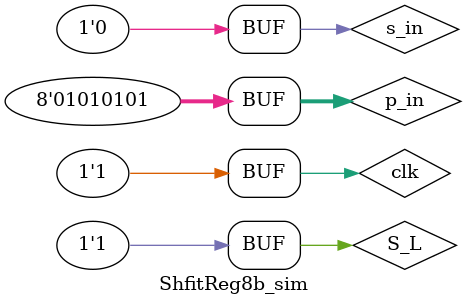
<source format=v>
`timescale 1ns / 1ps


module ShfitReg8b_sim;

	// Inputs
	reg clk;
	reg S_L;
	reg s_in;
	reg [7:0] p_in;

	// Outputs
	wire [7:0] Q;

	// Instantiate the Unit Under Test (UUT)
	ShiftReg8b uut (
		.clk(clk), 
		.S_L(S_L), 
		.s_in(s_in), 
		.p_in(p_in), 
		.Q(Q)
	);

	initial begin
		// Initialize Inputs
		clk = 0;
		S_L = 0;
		s_in = 0;
		p_in = 0;

		// Wait 100 ns for global reset to finish
		#100;
        
		// Add stimulus here
		S_L = 0;
		s_in = 1;
		p_in =0;
		#200;
		S_L = 1;
		s_in = 0;
		p_in = 8'b0101_0101;
		#500;
	end
	
	always begin
		clk = 0; #20;
		clk = 1; #20;
	end
      
endmodule


</source>
